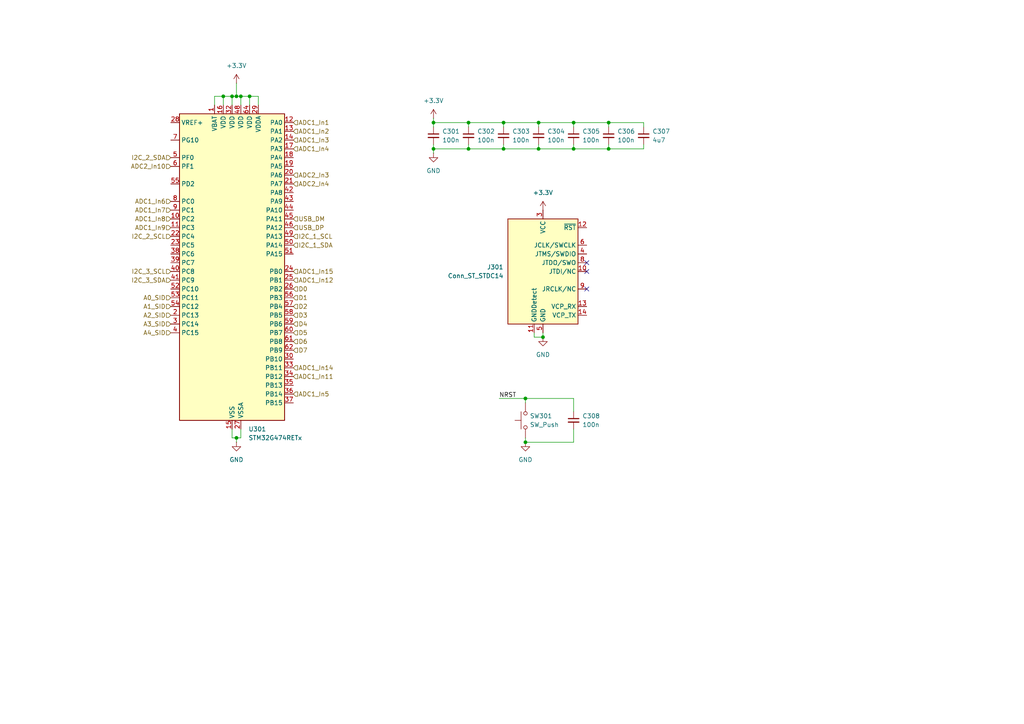
<source format=kicad_sch>
(kicad_sch (version 20231120) (generator "eeschema") (generator_version "8.0")
  (paper "A4")
  (lib_symbols
    (symbol "Connector:Conn_ST_STDC14"
      (property "Reference" "J" (at -8.89 16.51 0))
      (property "Value" "Conn_ST_STDC14" (at 17.78 16.51 0))
      (symbol "Conn_ST_STDC14_0_1"
        (rectangle (start -10.16 15.24) (end 10.16 -15.24) (stroke (width 0.254)) (fill (type background)))
      )
      (symbol "Conn_ST_STDC14_1_1"
        (pin no_connect line (at -10.16 5.08 0) (length 2.54) hide (name "NC") (number "1"))
        (pin output line (at 12.7 0 180) (length 2.54) (name "JTDI/NC") (number "10"))
        (pin passive line (at -2.54 -17.78 90) (length 2.54) (name "GNDDetect") (number "11"))
        (pin open_collector line (at 12.7 12.7 180) (length 2.54) (name "~{RST}") (number "12"))
        (pin output line (at 12.7 -10.16 180) (length 2.54) (name "VCP_RX") (number "13"))
        (pin input line (at 12.7 -12.7 180) (length 2.54) (name "VCP_TX") (number "14"))
        (pin no_connect line (at -10.16 2.54 0) (length 2.54) hide (name "NC") (number "2"))
        (pin power_in line (at 0 17.78 270) (length 2.54) (name "VCC") (number "3"))
        (pin bidirectional line (at 12.7 5.08 180) (length 2.54) (name "JTMS/SWDIO") (number "4"))
        (pin power_in line (at 0 -17.78 90) (length 2.54) (name "GND") (number "5"))
        (pin output line (at 12.7 7.62 180) (length 2.54) (name "JCLK/SWCLK") (number "6"))
        (pin passive line (at 0 -17.78 90) (length 2.54) hide (name "GND") (number "7"))
        (pin input line (at 12.7 2.54 180) (length 2.54) (name "JTDO/SWO") (number "8"))
        (pin input line (at 12.7 -5.08 180) (length 2.54) (name "JRCLK/NC") (number "9"))
      )
    )
    (symbol "Device:C_Small" (pin_numbers hide) (pin_names (offset 0.254) hide)
      (property "Reference" "C" (at 0.254 1.778 0))
      (property "Value" "C_Small" (at 0.254 -2.032 0))
      (symbol "C_Small_0_1"
        (polyline (pts (xy -1.524 -0.508) (xy 1.524 -0.508)) (stroke (width 0.3302)))
        (polyline (pts (xy -1.524 0.508) (xy 1.524 0.508)) (stroke (width 0.3048)))
      )
      (symbol "C_Small_1_1"
        (pin passive line (at 0 2.54 270) (length 2.032) (name "~") (number "1"))
        (pin passive line (at 0 -2.54 90) (length 2.032) (name "~") (number "2"))
      )
    )
    (symbol "MCU_ST_STM32G4:STM32G474RETx"
      (property "Reference" "U" (at -15.24 46.99 0))
      (property "Value" "STM32G474RETx" (at 10.16 46.99 0))
      (symbol "STM32G474RETx_0_1"
        (rectangle (start -15.24 -43.18) (end 15.24 45.72) (stroke (width 0.254)) (fill (type background)))
      )
      (symbol "STM32G474RETx_1_1"
        (pin power_in line (at -5.08 48.26 270) (length 2.54) (name "VBAT") (number "1"))
        (pin bidirectional line (at -17.78 15.24 0) (length 2.54) (name "PC2") (number "10"))
        (pin bidirectional line (at -17.78 12.7 0) (length 2.54) (name "PC3") (number "11"))
        (pin bidirectional line (at 17.78 43.18 180) (length 2.54) (name "PA0") (number "12"))
        (pin bidirectional line (at 17.78 40.64 180) (length 2.54) (name "PA1") (number "13"))
        (pin bidirectional line (at 17.78 38.1 180) (length 2.54) (name "PA2") (number "14"))
        (pin power_in line (at 0 -45.72 90) (length 2.54) (name "VSS") (number "15"))
        (pin power_in line (at -2.54 48.26 270) (length 2.54) (name "VDD") (number "16"))
        (pin bidirectional line (at 17.78 35.56 180) (length 2.54) (name "PA3") (number "17"))
        (pin bidirectional line (at 17.78 33.02 180) (length 2.54) (name "PA4") (number "18"))
        (pin bidirectional line (at 17.78 30.48 180) (length 2.54) (name "PA5") (number "19"))
        (pin bidirectional line (at -17.78 -12.7 0) (length 2.54) (name "PC13") (number "2"))
        (pin bidirectional line (at 17.78 27.94 180) (length 2.54) (name "PA6") (number "20"))
        (pin bidirectional line (at 17.78 25.4 180) (length 2.54) (name "PA7") (number "21"))
        (pin bidirectional line (at -17.78 10.16 0) (length 2.54) (name "PC4") (number "22"))
        (pin bidirectional line (at -17.78 7.62 0) (length 2.54) (name "PC5") (number "23"))
        (pin bidirectional line (at 17.78 0 180) (length 2.54) (name "PB0") (number "24"))
        (pin bidirectional line (at 17.78 -2.54 180) (length 2.54) (name "PB1") (number "25"))
        (pin bidirectional line (at 17.78 -5.08 180) (length 2.54) (name "PB2") (number "26"))
        (pin power_in line (at 2.54 -45.72 90) (length 2.54) (name "VSSA") (number "27"))
        (pin input line (at -17.78 43.18 0) (length 2.54) (name "VREF+") (number "28"))
        (pin power_in line (at 7.62 48.26 270) (length 2.54) (name "VDDA") (number "29"))
        (pin bidirectional line (at -17.78 -15.24 0) (length 2.54) (name "PC14") (number "3"))
        (pin bidirectional line (at 17.78 -25.4 180) (length 2.54) (name "PB10") (number "30"))
        (pin passive line (at 0 -45.72 90) (length 2.54) hide (name "VSS") (number "31"))
        (pin power_in line (at 0 48.26 270) (length 2.54) (name "VDD") (number "32"))
        (pin bidirectional line (at 17.78 -27.94 180) (length 2.54) (name "PB11") (number "33"))
        (pin bidirectional line (at 17.78 -30.48 180) (length 2.54) (name "PB12") (number "34"))
        (pin bidirectional line (at 17.78 -33.02 180) (length 2.54) (name "PB13") (number "35"))
        (pin bidirectional line (at 17.78 -35.56 180) (length 2.54) (name "PB14") (number "36"))
        (pin bidirectional line (at 17.78 -38.1 180) (length 2.54) (name "PB15") (number "37"))
        (pin bidirectional line (at -17.78 5.08 0) (length 2.54) (name "PC6") (number "38"))
        (pin bidirectional line (at -17.78 2.54 0) (length 2.54) (name "PC7") (number "39"))
        (pin bidirectional line (at -17.78 -17.78 0) (length 2.54) (name "PC15") (number "4"))
        (pin bidirectional line (at -17.78 0 0) (length 2.54) (name "PC8") (number "40"))
        (pin bidirectional line (at -17.78 -2.54 0) (length 2.54) (name "PC9") (number "41"))
        (pin bidirectional line (at 17.78 22.86 180) (length 2.54) (name "PA8") (number "42"))
        (pin bidirectional line (at 17.78 20.32 180) (length 2.54) (name "PA9") (number "43"))
        (pin bidirectional line (at 17.78 17.78 180) (length 2.54) (name "PA10") (number "44"))
        (pin bidirectional line (at 17.78 15.24 180) (length 2.54) (name "PA11") (number "45"))
        (pin bidirectional line (at 17.78 12.7 180) (length 2.54) (name "PA12") (number "46"))
        (pin passive line (at 0 -45.72 90) (length 2.54) hide (name "VSS") (number "47"))
        (pin power_in line (at 2.54 48.26 270) (length 2.54) (name "VDD") (number "48"))
        (pin bidirectional line (at 17.78 10.16 180) (length 2.54) (name "PA13") (number "49"))
        (pin bidirectional line (at -17.78 33.02 0) (length 2.54) (name "PF0") (number "5"))
        (pin bidirectional line (at 17.78 7.62 180) (length 2.54) (name "PA14") (number "50"))
        (pin bidirectional line (at 17.78 5.08 180) (length 2.54) (name "PA15") (number "51"))
        (pin bidirectional line (at -17.78 -5.08 0) (length 2.54) (name "PC10") (number "52"))
        (pin bidirectional line (at -17.78 -7.62 0) (length 2.54) (name "PC11") (number "53"))
        (pin bidirectional line (at -17.78 -10.16 0) (length 2.54) (name "PC12") (number "54"))
        (pin bidirectional line (at -17.78 25.4 0) (length 2.54) (name "PD2") (number "55"))
        (pin bidirectional line (at 17.78 -7.62 180) (length 2.54) (name "PB3") (number "56"))
        (pin bidirectional line (at 17.78 -10.16 180) (length 2.54) (name "PB4") (number "57"))
        (pin bidirectional line (at 17.78 -12.7 180) (length 2.54) (name "PB5") (number "58"))
        (pin bidirectional line (at 17.78 -15.24 180) (length 2.54) (name "PB6") (number "59"))
        (pin bidirectional line (at -17.78 30.48 0) (length 2.54) (name "PF1") (number "6"))
        (pin bidirectional line (at 17.78 -17.78 180) (length 2.54) (name "PB7") (number "60"))
        (pin bidirectional line (at 17.78 -20.32 180) (length 2.54) (name "PB8") (number "61"))
        (pin bidirectional line (at 17.78 -22.86 180) (length 2.54) (name "PB9") (number "62"))
        (pin passive line (at 0 -45.72 90) (length 2.54) hide (name "VSS") (number "63"))
        (pin power_in line (at 5.08 48.26 270) (length 2.54) (name "VDD") (number "64"))
        (pin bidirectional line (at -17.78 38.1 0) (length 2.54) (name "PG10") (number "7"))
        (pin bidirectional line (at -17.78 20.32 0) (length 2.54) (name "PC0") (number "8"))
        (pin bidirectional line (at -17.78 17.78 0) (length 2.54) (name "PC1") (number "9"))
      )
    )
    (symbol "Switch:SW_Push" (pin_numbers hide) (pin_names (offset 1.016) hide)
      (property "Reference" "SW" (at 1.27 2.54 0))
      (property "Value" "SW_Push" (at 0 -1.524 0))
      (symbol "SW_Push_0_1"
        (circle (center -2.032 0) (radius 0.508))
        (polyline (pts (xy 0 1.27) (xy 0 3.048)))
        (polyline (pts (xy 2.54 1.27) (xy -2.54 1.27)))
        (circle (center 2.032 0) (radius 0.508))
        (pin passive line (at -5.08 0 0) (length 2.54) (name "1") (number "1"))
        (pin passive line (at 5.08 0 180) (length 2.54) (name "2") (number "2"))
      )
    )
    (symbol "power:+3.3V" (power) (pin_numbers hide) (pin_names (offset 0) hide)
      (property "Value" "+3.3V" (at 0 3.556 0))
      (symbol "+3.3V_0_1"
        (polyline (pts (xy -0.762 1.27) (xy 0 2.54)))
        (polyline (pts (xy 0 0) (xy 0 2.54)))
        (polyline (pts (xy 0 2.54) (xy 0.762 1.27)))
      )
      (symbol "+3.3V_1_1"
        (pin power_in line (at 0 0 90) (length 0) (name "~") (number "1"))
      )
    )
    (symbol "power:GND" (power) (pin_numbers hide) (pin_names (offset 0) hide)
      (property "Value" "GND" (at 0 -3.81 0))
      (symbol "GND_0_1"
        (polyline (pts (xy 0 0) (xy 0 -1.27) (xy 1.27 -1.27) (xy 0 -2.54) (xy -1.27 -1.27) (xy 0 -1.27)))
      )
      (symbol "GND_1_1"
        (pin power_in line (at 0 0 270) (length 0) (name "~") (number "1"))
      )
    )
  )
  (junction (at 176.53 35.56))
  (junction (at 69.85 27.94))
  (junction (at 125.73 35.56))
  (junction (at 68.58 127))
  (junction (at 166.37 35.56))
  (junction (at 68.58 27.94))
  (junction (at 67.31 27.94))
  (junction (at 64.77 27.94))
  (junction (at 135.89 35.56))
  (junction (at 135.89 43.18))
  (junction (at 146.05 43.18))
  (junction (at 72.39 27.94))
  (junction (at 156.21 43.18))
  (junction (at 125.73 43.18))
  (junction (at 146.05 35.56))
  (junction (at 166.37 43.18))
  (junction (at 176.53 43.18))
  (junction (at 152.4 115.57))
  (junction (at 156.21 35.56))
  (junction (at 152.4 128.27))
  (junction (at 157.48 97.79))
  (no_connect (at 170.18 78.74))
  (no_connect (at 170.18 83.82))
  (no_connect (at 170.18 76.2))
  (wire (pts (xy 135.89 35.56) (xy 135.89 36.83)))
  (wire (pts (xy 125.73 43.18) (xy 125.73 44.45)))
  (wire (pts (xy 146.05 35.56) (xy 135.89 35.56)))
  (wire (pts (xy 166.37 41.91) (xy 166.37 43.18)))
  (wire (pts (xy 186.69 35.56) (xy 176.53 35.56)))
  (wire (pts (xy 69.85 27.94) (xy 72.39 27.94)))
  (wire (pts (xy 68.58 24.13) (xy 68.58 27.94)))
  (wire (pts (xy 68.58 127) (xy 68.58 128.27)))
  (wire (pts (xy 72.39 27.94) (xy 72.39 30.48)))
  (wire (pts (xy 68.58 127) (xy 69.85 127)))
  (wire (pts (xy 156.21 35.56) (xy 146.05 35.56)))
  (wire (pts (xy 166.37 35.56) (xy 166.37 36.83)))
  (wire (pts (xy 64.77 27.94) (xy 64.77 30.48)))
  (wire (pts (xy 166.37 124.46) (xy 166.37 128.27)))
  (wire (pts (xy 154.94 96.52) (xy 154.94 97.79)))
  (wire (pts (xy 186.69 41.91) (xy 186.69 43.18)))
  (wire (pts (xy 125.73 43.18) (xy 135.89 43.18)))
  (wire (pts (xy 67.31 27.94) (xy 67.31 30.48)))
  (wire (pts (xy 166.37 115.57) (xy 152.4 115.57)))
  (wire (pts (xy 176.53 41.91) (xy 176.53 43.18)))
  (wire (pts (xy 166.37 35.56) (xy 156.21 35.56)))
  (wire (pts (xy 152.4 127) (xy 152.4 128.27)))
  (wire (pts (xy 146.05 41.91) (xy 146.05 43.18)))
  (wire (pts (xy 186.69 36.83) (xy 186.69 35.56)))
  (wire (pts (xy 67.31 27.94) (xy 68.58 27.94)))
  (wire (pts (xy 166.37 43.18) (xy 176.53 43.18)))
  (wire (pts (xy 154.94 97.79) (xy 157.48 97.79)))
  (wire (pts (xy 135.89 41.91) (xy 135.89 43.18)))
  (wire (pts (xy 64.77 27.94) (xy 67.31 27.94)))
  (wire (pts (xy 125.73 41.91) (xy 125.73 43.18)))
  (wire (pts (xy 152.4 115.57) (xy 152.4 116.84)))
  (wire (pts (xy 62.23 30.48) (xy 62.23 27.94)))
  (wire (pts (xy 68.58 27.94) (xy 69.85 27.94)))
  (wire (pts (xy 74.93 27.94) (xy 74.93 30.48)))
  (wire (pts (xy 176.53 35.56) (xy 166.37 35.56)))
  (wire (pts (xy 125.73 35.56) (xy 125.73 36.83)))
  (wire (pts (xy 135.89 43.18) (xy 146.05 43.18)))
  (wire (pts (xy 135.89 35.56) (xy 125.73 35.56)))
  (wire (pts (xy 156.21 41.91) (xy 156.21 43.18)))
  (wire (pts (xy 144.78 115.57) (xy 152.4 115.57)))
  (wire (pts (xy 156.21 43.18) (xy 166.37 43.18)))
  (wire (pts (xy 156.21 35.56) (xy 156.21 36.83)))
  (wire (pts (xy 125.73 34.29) (xy 125.73 35.56)))
  (wire (pts (xy 67.31 127) (xy 68.58 127)))
  (wire (pts (xy 176.53 35.56) (xy 176.53 36.83)))
  (wire (pts (xy 69.85 124.46) (xy 69.85 127)))
  (wire (pts (xy 69.85 27.94) (xy 69.85 30.48)))
  (wire (pts (xy 176.53 43.18) (xy 186.69 43.18)))
  (wire (pts (xy 146.05 35.56) (xy 146.05 36.83)))
  (wire (pts (xy 72.39 27.94) (xy 74.93 27.94)))
  (wire (pts (xy 166.37 119.38) (xy 166.37 115.57)))
  (wire (pts (xy 157.48 96.52) (xy 157.48 97.79)))
  (wire (pts (xy 146.05 43.18) (xy 156.21 43.18)))
  (wire (pts (xy 67.31 124.46) (xy 67.31 127)))
  (wire (pts (xy 166.37 128.27) (xy 152.4 128.27)))
  (wire (pts (xy 62.23 27.94) (xy 64.77 27.94)))
  (label "NRST" (at 144.78 115.57 0))
  (hierarchical_label "USB_DP" (shape input) (at 85.09 66.04 0))
  (hierarchical_label "D0" (shape input) (at 85.09 83.82 0))
  (hierarchical_label "ADC1_In4" (shape input) (at 85.09 43.18 0))
  (hierarchical_label "A1_SID" (shape input) (at 49.53 88.9 180))
  (hierarchical_label "USB_DM" (shape input) (at 85.09 63.5 0))
  (hierarchical_label "A0_SID" (shape input) (at 49.53 86.36 180))
  (hierarchical_label "D5" (shape input) (at 85.09 96.52 0))
  (hierarchical_label "A3_SID" (shape input) (at 49.53 93.98 180))
  (hierarchical_label "ADC2_In3" (shape input) (at 85.09 50.8 0))
  (hierarchical_label "ADC1_In6" (shape input) (at 49.53 58.42 180))
  (hierarchical_label "A4_SID" (shape input) (at 49.53 96.52 180))
  (hierarchical_label "I2C_2_SDA" (shape input) (at 49.53 45.72 180))
  (hierarchical_label "ADC1_In3" (shape input) (at 85.09 40.64 0))
  (hierarchical_label "ADC1_In9" (shape input) (at 49.53 66.04 180))
  (hierarchical_label "ADC1_In15" (shape input) (at 85.09 78.74 0))
  (hierarchical_label "I2C_1_SDA" (shape input) (at 85.09 71.12 0))
  (hierarchical_label "D1" (shape input) (at 85.09 86.36 0))
  (hierarchical_label "ADC1_In7" (shape input) (at 49.53 60.96 180))
  (hierarchical_label "D3" (shape input) (at 85.09 91.44 0))
  (hierarchical_label "D6" (shape input) (at 85.09 99.06 0))
  (hierarchical_label "ADC1_In14" (shape input) (at 85.09 106.68 0))
  (hierarchical_label "ADC2_In10" (shape input) (at 49.53 48.26 180))
  (hierarchical_label "ADC1_In12" (shape input) (at 85.09 81.28 0))
  (hierarchical_label "I2C_2_SCL" (shape input) (at 49.53 68.58 180))
  (hierarchical_label "D2" (shape input) (at 85.09 88.9 0))
  (hierarchical_label "A2_SID" (shape input) (at 49.53 91.44 180))
  (hierarchical_label "I2C_1_SCL" (shape input) (at 85.09 68.58 0))
  (hierarchical_label "ADC2_In4" (shape input) (at 85.09 53.34 0))
  (hierarchical_label "D7" (shape input) (at 85.09 101.6 0))
  (hierarchical_label "ADC1_In1" (shape input) (at 85.09 35.56 0))
  (hierarchical_label "I2C_3_SDA" (shape input) (at 49.53 81.28 180))
  (hierarchical_label "I2C_3_SCL" (shape input) (at 49.53 78.74 180))
  (hierarchical_label "ADC1_In2" (shape input) (at 85.09 38.1 0))
  (hierarchical_label "ADC1_In8" (shape input) (at 49.53 63.5 180))
  (hierarchical_label "ADC1_In11" (shape input) (at 85.09 109.22 0))
  (hierarchical_label "D4" (shape input) (at 85.09 93.98 0))
  (hierarchical_label "ADC1_In5" (shape input) (at 85.09 114.3 0))
  (symbol (lib_id "power:+3.3V") (at 157.48 60.96 0) (unit 1)
    (property "Reference" "#PWR0304" (effects (hide yes)))
    (property "Value" "+3.3V" (at 157.48 55.88 0))
    (property "Description" "Power symbol creates a global label with name \"+3.3V\"" (effects (hide yes)))
  )
  (symbol (lib_id "power:GND") (at 152.4 128.27 0) (unit 1)
    (property "Reference" "#PWR0307" (effects (hide yes)))
    (property "Value" "GND" (at 152.4 133.35 0))
    (property "Description" "Power symbol creates a global label with name \"GND\" , ground" (effects (hide yes)))
  )
  (symbol (lib_id "Device:C_Small") (at 166.37 39.37 0) (unit 1)
    (property "Reference" "C305" (at 168.91 38.1062 0) (effects (justify left)))
    (property "Value" "100n" (at 168.91 40.6462 0) (effects (justify left)))
    (property "Footprint" "Capacitor_SMD:C_0402_1005Metric" (effects (hide yes)))
    (property "Description" "Unpolarized capacitor, small symbol" (effects (hide yes)))
  )
  (symbol (lib_id "Device:C_Small") (at 156.21 39.37 0) (unit 1)
    (property "Reference" "C304" (at 158.75 38.1062 0) (effects (justify left)))
    (property "Value" "100n" (at 158.75 40.6462 0) (effects (justify left)))
    (property "Footprint" "Capacitor_SMD:C_0402_1005Metric" (effects (hide yes)))
    (property "Description" "Unpolarized capacitor, small symbol" (effects (hide yes)))
  )
  (symbol (lib_id "Switch:SW_Push") (at 152.4 121.92 90) (unit 1)
    (property "Reference" "SW301" (at 153.67 120.6499 90) (effects (justify right)))
    (property "Value" "SW_Push" (at 153.67 123.1899 90) (effects (justify right)))
    (property "Footprint" "Button_Switch_SMD:SW_Push_1P1T_NO_6x6mm_H9.5mm" (effects (hide yes)))
    (property "Description" "Push button switch, generic, two pins" (effects (hide yes)))
  )
  (symbol (lib_id "Connector:Conn_ST_STDC14") (at 157.48 78.74 0) (unit 1)
    (property "Reference" "J301" (at 146.05 77.4699 0) (effects (justify right)))
    (property "Value" "Conn_ST_STDC14" (at 146.05 80.0099 0) (effects (justify right)))
    (property "Footprint" "Connector_PinHeader_1.27mm:PinHeader_2x07_P1.27mm_Vertical_SMD" (effects (hide yes)))
    (property "Datasheet" "https://www.st.com/content/ccc/resource/technical/document/user_manual/group1/99/49/91/b6/b2/3a/46/e5/DM00526767/files/DM00526767.pdf/jcr:content/translations/en.DM00526767.pdf" (effects (hide yes)))
    (property "Description" "ST Debug Connector, standard ARM Cortex-M SWD and JTAG interface plus UART" (effects (hide yes)))
  )
  (symbol (lib_id "Device:C_Small") (at 125.73 39.37 0) (unit 1)
    (property "Reference" "C301" (at 128.27 38.1062 0) (effects (justify left)))
    (property "Value" "100n" (at 128.27 40.6462 0) (effects (justify left)))
    (property "Footprint" "Capacitor_SMD:C_0402_1005Metric" (effects (hide yes)))
    (property "Description" "Unpolarized capacitor, small symbol" (effects (hide yes)))
  )
  (symbol (lib_id "MCU_ST_STM32G4:STM32G474RETx") (at 67.31 78.74 0) (unit 1)
    (property "Reference" "U301" (at 72.0441 124.46 0) (effects (justify left)))
    (property "Value" "STM32G474RETx" (at 72.0441 127 0) (effects (justify left)))
    (property "Footprint" "Package_QFP:LQFP-64_10x10mm_P0.5mm" (effects (hide yes)))
    (property "Datasheet" "https://www.st.com/resource/en/datasheet/stm32g474re.pdf" (effects (hide yes)))
    (property "Description" "STMicroelectronics Arm Cortex-M4 MCU, 512KB flash, 128KB RAM, 170 MHz, 1.71-3.6V, 52 GPIO, LQFP64" (effects (hide yes)))
  )
  (symbol (lib_id "Device:C_Small") (at 176.53 39.37 0) (unit 1)
    (property "Reference" "C306" (at 179.07 38.1062 0) (effects (justify left)))
    (property "Value" "100n" (at 179.07 40.6462 0) (effects (justify left)))
    (property "Footprint" "Capacitor_SMD:C_0402_1005Metric" (effects (hide yes)))
    (property "Description" "Unpolarized capacitor, small symbol" (effects (hide yes)))
  )
  (symbol (lib_id "Device:C_Small") (at 166.37 121.92 0) (unit 1)
    (property "Reference" "C308" (at 168.91 120.6562 0) (effects (justify left)))
    (property "Value" "100n" (at 168.91 123.1962 0) (effects (justify left)))
    (property "Footprint" "Capacitor_SMD:C_0402_1005Metric" (effects (hide yes)))
    (property "Description" "Unpolarized capacitor, small symbol" (effects (hide yes)))
  )
  (symbol (lib_id "power:GND") (at 157.48 97.79 0) (unit 1)
    (property "Reference" "#PWR0305" (effects (hide yes)))
    (property "Value" "GND" (at 157.48 102.87 0))
    (property "Description" "Power symbol creates a global label with name \"GND\" , ground" (effects (hide yes)))
  )
  (symbol (lib_id "power:GND") (at 125.73 44.45 0) (unit 1)
    (property "Reference" "#PWR0302" (effects (hide yes)))
    (property "Value" "GND" (at 125.73 49.53 0))
    (property "Description" "Power symbol creates a global label with name \"GND\" , ground" (effects (hide yes)))
  )
  (symbol (lib_id "power:GND") (at 68.58 128.27 0) (unit 1)
    (property "Reference" "#PWR0301" (effects (hide yes)))
    (property "Value" "GND" (at 68.58 133.35 0))
    (property "Description" "Power symbol creates a global label with name \"GND\" , ground" (effects (hide yes)))
  )
  (symbol (lib_id "power:+3.3V") (at 68.58 24.13 0) (unit 1)
    (property "Reference" "#PWR0306" (effects (hide yes)))
    (property "Value" "+3.3V" (at 68.58 19.05 0))
    (property "Description" "Power symbol creates a global label with name \"+3.3V\"" (effects (hide yes)))
  )
  (symbol (lib_id "Device:C_Small") (at 135.89 39.37 0) (unit 1)
    (property "Reference" "C302" (at 138.43 38.1062 0) (effects (justify left)))
    (property "Value" "100n" (at 138.43 40.6462 0) (effects (justify left)))
    (property "Footprint" "Capacitor_SMD:C_0402_1005Metric" (effects (hide yes)))
    (property "Description" "Unpolarized capacitor, small symbol" (effects (hide yes)))
  )
  (symbol (lib_id "power:+3.3V") (at 125.73 34.29 0) (unit 1)
    (property "Reference" "#PWR0303" (effects (hide yes)))
    (property "Value" "+3.3V" (at 125.73 29.21 0))
    (property "Description" "Power symbol creates a global label with name \"+3.3V\"" (effects (hide yes)))
  )
  (symbol (lib_id "Device:C_Small") (at 146.05 39.37 0) (unit 1)
    (property "Reference" "C303" (at 148.59 38.1062 0) (effects (justify left)))
    (property "Value" "100n" (at 148.59 40.6462 0) (effects (justify left)))
    (property "Footprint" "Capacitor_SMD:C_0402_1005Metric" (effects (hide yes)))
    (property "Description" "Unpolarized capacitor, small symbol" (effects (hide yes)))
  )
  (symbol (lib_id "Device:C_Small") (at 186.69 39.37 0) (unit 1)
    (property "Reference" "C307" (at 189.23 38.1062 0) (effects (justify left)))
    (property "Value" "4u7" (at 189.23 40.6462 0) (effects (justify left)))
    (property "Footprint" "Capacitor_SMD:C_0402_1005Metric" (effects (hide yes)))
    (property "Description" "Unpolarized capacitor, small symbol" (effects (hide yes)))
  )
)
</source>
